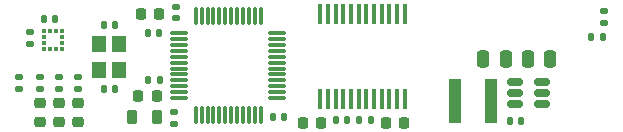
<source format=gtp>
G04 #@! TF.GenerationSoftware,KiCad,Pcbnew,7.0.2-0*
G04 #@! TF.CreationDate,2024-01-02T14:26:46-05:00*
G04 #@! TF.ProjectId,GTV,4754562e-6b69-4636-9164-5f7063625858,rev?*
G04 #@! TF.SameCoordinates,Original*
G04 #@! TF.FileFunction,Paste,Top*
G04 #@! TF.FilePolarity,Positive*
%FSLAX46Y46*%
G04 Gerber Fmt 4.6, Leading zero omitted, Abs format (unit mm)*
G04 Created by KiCad (PCBNEW 7.0.2-0) date 2024-01-02 14:26:46*
%MOMM*%
%LPD*%
G01*
G04 APERTURE LIST*
G04 Aperture macros list*
%AMRoundRect*
0 Rectangle with rounded corners*
0 $1 Rounding radius*
0 $2 $3 $4 $5 $6 $7 $8 $9 X,Y pos of 4 corners*
0 Add a 4 corners polygon primitive as box body*
4,1,4,$2,$3,$4,$5,$6,$7,$8,$9,$2,$3,0*
0 Add four circle primitives for the rounded corners*
1,1,$1+$1,$2,$3*
1,1,$1+$1,$4,$5*
1,1,$1+$1,$6,$7*
1,1,$1+$1,$8,$9*
0 Add four rect primitives between the rounded corners*
20,1,$1+$1,$2,$3,$4,$5,0*
20,1,$1+$1,$4,$5,$6,$7,0*
20,1,$1+$1,$6,$7,$8,$9,0*
20,1,$1+$1,$8,$9,$2,$3,0*%
G04 Aperture macros list end*
%ADD10RoundRect,0.140000X-0.140000X-0.170000X0.140000X-0.170000X0.140000X0.170000X-0.140000X0.170000X0*%
%ADD11RoundRect,0.135000X0.185000X-0.135000X0.185000X0.135000X-0.185000X0.135000X-0.185000X-0.135000X0*%
%ADD12R,1.200000X1.400000*%
%ADD13RoundRect,0.225000X0.225000X0.250000X-0.225000X0.250000X-0.225000X-0.250000X0.225000X-0.250000X0*%
%ADD14RoundRect,0.150000X0.512500X0.150000X-0.512500X0.150000X-0.512500X-0.150000X0.512500X-0.150000X0*%
%ADD15RoundRect,0.250000X-0.250000X-0.475000X0.250000X-0.475000X0.250000X0.475000X-0.250000X0.475000X0*%
%ADD16RoundRect,0.075000X-0.662500X-0.075000X0.662500X-0.075000X0.662500X0.075000X-0.662500X0.075000X0*%
%ADD17RoundRect,0.075000X-0.075000X-0.662500X0.075000X-0.662500X0.075000X0.662500X-0.075000X0.662500X0*%
%ADD18RoundRect,0.140000X0.140000X0.170000X-0.140000X0.170000X-0.140000X-0.170000X0.140000X-0.170000X0*%
%ADD19R,0.450000X1.750000*%
%ADD20RoundRect,0.140000X0.170000X-0.140000X0.170000X0.140000X-0.170000X0.140000X-0.170000X-0.140000X0*%
%ADD21RoundRect,0.250000X0.250000X0.475000X-0.250000X0.475000X-0.250000X-0.475000X0.250000X-0.475000X0*%
%ADD22RoundRect,0.135000X-0.185000X0.135000X-0.185000X-0.135000X0.185000X-0.135000X0.185000X0.135000X0*%
%ADD23RoundRect,0.218750X0.256250X-0.218750X0.256250X0.218750X-0.256250X0.218750X-0.256250X-0.218750X0*%
%ADD24RoundRect,0.218750X0.218750X0.381250X-0.218750X0.381250X-0.218750X-0.381250X0.218750X-0.381250X0*%
%ADD25R,1.100000X3.700000*%
%ADD26R,0.350000X0.375000*%
%ADD27R,0.375000X0.350000*%
%ADD28RoundRect,0.135000X-0.135000X-0.185000X0.135000X-0.185000X0.135000X0.185000X-0.135000X0.185000X0*%
%ADD29RoundRect,0.225000X-0.225000X-0.250000X0.225000X-0.250000X0.225000X0.250000X-0.225000X0.250000X0*%
%ADD30RoundRect,0.140000X-0.170000X0.140000X-0.170000X-0.140000X0.170000X-0.140000X0.170000X0.140000X0*%
G04 APERTURE END LIST*
D10*
X164450000Y-117832500D03*
X165410000Y-117832500D03*
D11*
X142920000Y-115410000D03*
X142920000Y-114390000D03*
D12*
X149750000Y-111600000D03*
X149750000Y-113800000D03*
X151450000Y-113800000D03*
X151450000Y-111600000D03*
D13*
X154845000Y-109112500D03*
X153295000Y-109112500D03*
D14*
X187245000Y-116710000D03*
X187245000Y-115760000D03*
X187245000Y-114810000D03*
X184970000Y-114810000D03*
X184970000Y-115760000D03*
X184970000Y-116710000D03*
D15*
X182267500Y-112850000D03*
X184167500Y-112850000D03*
D16*
X156507500Y-110692500D03*
X156507500Y-111192500D03*
X156507500Y-111692500D03*
X156507500Y-112192500D03*
X156507500Y-112692500D03*
X156507500Y-113192500D03*
X156507500Y-113692500D03*
X156507500Y-114192500D03*
X156507500Y-114692500D03*
X156507500Y-115192500D03*
X156507500Y-115692500D03*
X156507500Y-116192500D03*
D17*
X157920000Y-117605000D03*
X158420000Y-117605000D03*
X158920000Y-117605000D03*
X159420000Y-117605000D03*
X159920000Y-117605000D03*
X160420000Y-117605000D03*
X160920000Y-117605000D03*
X161420000Y-117605000D03*
X161920000Y-117605000D03*
X162420000Y-117605000D03*
X162920000Y-117605000D03*
X163420000Y-117605000D03*
D16*
X164832500Y-116192500D03*
X164832500Y-115692500D03*
X164832500Y-115192500D03*
X164832500Y-114692500D03*
X164832500Y-114192500D03*
X164832500Y-113692500D03*
X164832500Y-113192500D03*
X164832500Y-112692500D03*
X164832500Y-112192500D03*
X164832500Y-111692500D03*
X164832500Y-111192500D03*
X164832500Y-110692500D03*
D17*
X163420000Y-109280000D03*
X162920000Y-109280000D03*
X162420000Y-109280000D03*
X161920000Y-109280000D03*
X161420000Y-109280000D03*
X160920000Y-109280000D03*
X160420000Y-109280000D03*
X159920000Y-109280000D03*
X159420000Y-109280000D03*
X158920000Y-109280000D03*
X158420000Y-109280000D03*
X157920000Y-109280000D03*
D18*
X151090000Y-115440000D03*
X150130000Y-115440000D03*
D19*
X175617500Y-109092500D03*
X174967500Y-109092500D03*
X174317500Y-109092500D03*
X173667500Y-109092500D03*
X173017500Y-109092500D03*
X172367500Y-109092500D03*
X171717500Y-109092500D03*
X171067500Y-109092500D03*
X170417500Y-109092500D03*
X169767500Y-109092500D03*
X169117500Y-109092500D03*
X168467500Y-109092500D03*
X168467500Y-116292500D03*
X169117500Y-116292500D03*
X169767500Y-116292500D03*
X170417500Y-116292500D03*
X171067500Y-116292500D03*
X171717500Y-116292500D03*
X172367500Y-116292500D03*
X173017500Y-116292500D03*
X173667500Y-116292500D03*
X174317500Y-116292500D03*
X174967500Y-116292500D03*
X175617500Y-116292500D03*
D10*
X145070000Y-109460000D03*
X146030000Y-109460000D03*
D20*
X143880000Y-111570000D03*
X143880000Y-110610000D03*
D21*
X187917500Y-112850000D03*
X186017500Y-112850000D03*
D20*
X156230000Y-109402500D03*
X156230000Y-108442500D03*
D13*
X168535000Y-118310000D03*
X166985000Y-118310000D03*
D22*
X146370000Y-114390000D03*
X146370000Y-115410000D03*
D10*
X150130000Y-109960000D03*
X151090000Y-109960000D03*
D13*
X154602500Y-116027500D03*
X153052500Y-116027500D03*
D10*
X184527500Y-118160000D03*
X185487500Y-118160000D03*
D18*
X172740000Y-118040000D03*
X171780000Y-118040000D03*
D23*
X144750000Y-118217500D03*
X144750000Y-116642500D03*
D18*
X154867500Y-114687500D03*
X153907500Y-114687500D03*
D24*
X154620000Y-117777500D03*
X152495000Y-117777500D03*
D23*
X146370000Y-118215000D03*
X146370000Y-116640000D03*
X147990000Y-118215000D03*
X147990000Y-116640000D03*
D22*
X147990000Y-114400000D03*
X147990000Y-115420000D03*
D25*
X182897500Y-116400000D03*
X179897500Y-116400000D03*
D26*
X146560000Y-110547500D03*
X146060000Y-110547500D03*
X145560000Y-110547500D03*
X145060000Y-110547500D03*
D27*
X145047500Y-111060000D03*
X145047500Y-111560000D03*
D26*
X145060000Y-112072500D03*
X145560000Y-112072500D03*
X146060000Y-112072500D03*
X146560000Y-112072500D03*
D27*
X146572500Y-111560000D03*
X146572500Y-111060000D03*
D18*
X154827500Y-110697500D03*
X153867500Y-110697500D03*
D28*
X191390000Y-111000000D03*
X192410000Y-111000000D03*
D22*
X144750000Y-114400000D03*
X144750000Y-115420000D03*
D11*
X192500000Y-109810000D03*
X192500000Y-108790000D03*
D10*
X169790000Y-118040000D03*
X170750000Y-118040000D03*
D29*
X174005000Y-118320000D03*
X175555000Y-118320000D03*
D30*
X156050000Y-117390000D03*
X156050000Y-118350000D03*
M02*

</source>
